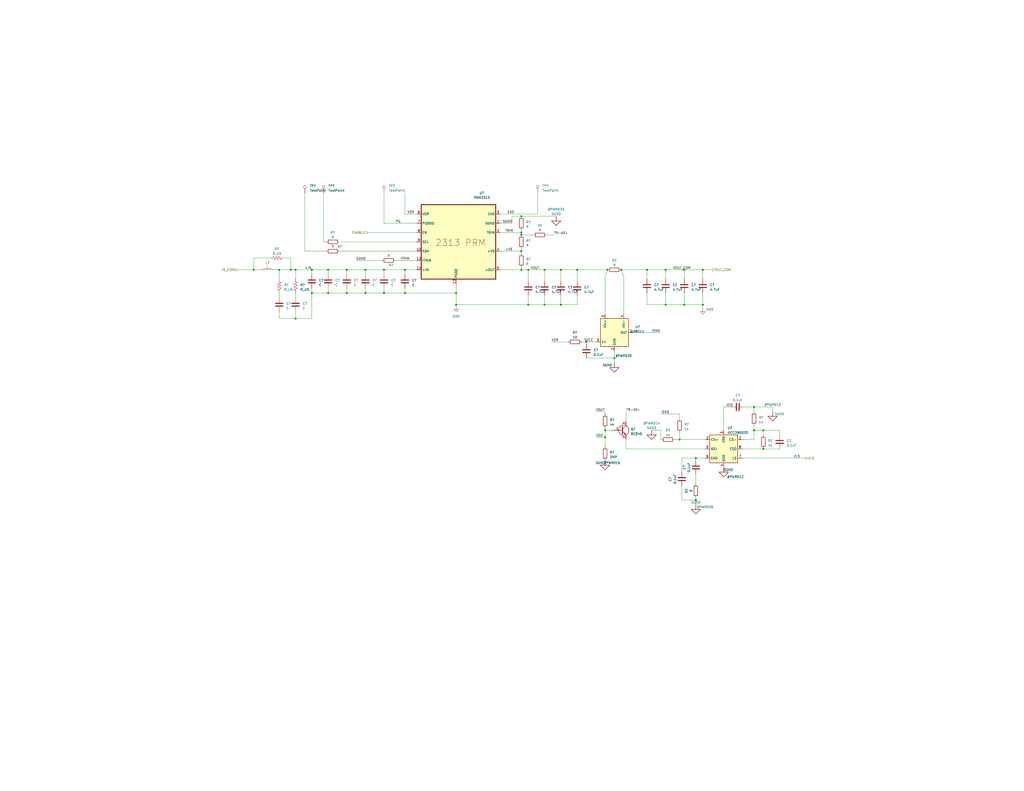
<source format=kicad_sch>
(kicad_sch (version 20231120) (generator "eeschema") (generator_version "8.0")
  (paper "C")
  (lib_symbols
    (symbol "Amplifier_Current:AD8211"
      (property "Reference" "U" (at -7.62 10.795 0))
      (property "Value" "AD8211" (at -7.62 8.89 0))
      (symbol "AD8211_0_1"
        (rectangle (start -7.62 7.62) (end 7.62 -7.62) (stroke (width 0.254)) (fill (type background)))
      )
      (symbol "AD8211_1_1"
        (pin output line (at 10.16 0 180) (length 2.54) (name "OUT") (number "1"))
        (pin power_in line (at 0 -10.16 90) (length 2.54) (name "GND") (number "2"))
        (pin input line (at -5.08 10.16 270) (length 2.54) (name "Vin+") (number "3"))
        (pin input line (at 5.08 10.16 270) (length 2.54) (name "Vin-") (number "4"))
        (pin power_in line (at -10.16 -5.08 0) (length 2.54) (name "V+") (number "5"))
      )
    )
    (symbol "Connector:TestPoint" (pin_numbers hide) (pin_names (offset 0.762) hide)
      (property "Reference" "TP" (at 0 6.858 0))
      (property "Value" "TestPoint" (at 0 5.08 0))
      (symbol "TestPoint_0_1"
        (circle (center 0 3.302) (radius 0.762))
      )
      (symbol "TestPoint_1_1"
        (pin passive line (at 0 0 90) (length 2.54) (name "1") (number "1"))
      )
    )
    (symbol "Device:C" (pin_numbers hide) (pin_names (offset 0.254))
      (property "Reference" "C" (at 0.635 2.54 0))
      (property "Value" "C" (at 0.635 -2.54 0))
      (symbol "C_0_1"
        (polyline (pts (xy -2.032 -0.762) (xy 2.032 -0.762)) (stroke (width 0.508)))
        (polyline (pts (xy -2.032 0.762) (xy 2.032 0.762)) (stroke (width 0.508)))
      )
      (symbol "C_1_1"
        (pin passive line (at 0 3.81 270) (length 2.794) (name "~") (number "1"))
        (pin passive line (at 0 -3.81 90) (length 2.794) (name "~") (number "2"))
      )
    )
    (symbol "Device:L" (pin_numbers hide) (pin_names (offset 1.016) hide)
      (property "Reference" "L" (at -1.27 0 90))
      (property "Value" "L" (at 1.905 0 90))
      (symbol "L_0_1"
        (arc (start 0 -2.54) (mid 0.6323 -1.905) (end 0 -1.27))
        (arc (start 0 -1.27) (mid 0.6323 -0.635) (end 0 0))
        (arc (start 0 0) (mid 0.6323 0.635) (end 0 1.27))
        (arc (start 0 1.27) (mid 0.6323 1.905) (end 0 2.54))
      )
      (symbol "L_1_1"
        (pin passive line (at 0 3.81 270) (length 1.27) (name "1") (number "1"))
        (pin passive line (at 0 -3.81 90) (length 1.27) (name "2") (number "2"))
      )
    )
    (symbol "Device:R" (pin_numbers hide) (pin_names (offset 0))
      (property "Reference" "R" (at 2.032 0 90))
      (property "Value" "R" (at 0 0 90))
      (symbol "R_0_1"
        (rectangle (start -1.016 -2.54) (end 1.016 2.54) (stroke (width 0.254)))
      )
      (symbol "R_1_1"
        (pin passive line (at 0 3.81 270) (length 1.27) (name "~") (number "1"))
        (pin passive line (at 0 -3.81 90) (length 1.27) (name "~") (number "2"))
      )
    )
    (symbol "Device:R_US" (pin_numbers hide) (pin_names (offset 0))
      (property "Reference" "R" (at 2.54 0 90))
      (property "Value" "R_US" (at -2.54 0 90))
      (symbol "R_US_0_1"
        (polyline (pts (xy 0 -2.286) (xy 0 -2.54)))
        (polyline (pts (xy 0 2.286) (xy 0 2.54)))
        (polyline (pts (xy 0 -0.762) (xy 1.016 -1.143) (xy 0 -1.524) (xy -1.016 -1.905) (xy 0 -2.286)))
        (polyline (pts (xy 0 0.762) (xy 1.016 0.381) (xy 0 0) (xy -1.016 -0.381) (xy 0 -0.762)))
        (polyline (pts (xy 0 2.286) (xy 1.016 1.905) (xy 0 1.524) (xy -1.016 1.143) (xy 0 0.762)))
      )
      (symbol "R_US_1_1"
        (pin passive line (at 0 3.81 270) (length 1.27) (name "~") (number "1"))
        (pin passive line (at 0 -3.81 90) (length 1.27) (name "~") (number "2"))
      )
    )
    (symbol "Power_Management:UCC39002D"
      (property "Reference" "U" (at -6.35 8.89 0))
      (property "Value" "UCC39002D" (at 2.54 8.89 0))
      (symbol "UCC39002D_0_1"
        (rectangle (start -7.62 7.62) (end 7.62 -7.62) (stroke (width 0.254)) (fill (type background)))
      )
      (symbol "UCC39002D_1_1"
        (pin input line (at 10.16 5.08 180) (length 2.54) (name "CS-") (number "1"))
        (pin input line (at -10.16 5.08 0) (length 2.54) (name "CS+") (number "2"))
        (pin power_in line (at 0 10.16 270) (length 2.54) (name "VDD") (number "3"))
        (pin power_in line (at 0 -10.16 90) (length 2.54) (name "GND") (number "4"))
        (pin open_collector line (at -10.16 0 0) (length 2.54) (name "ADJ") (number "5"))
        (pin passive line (at -10.16 -5.08 0) (length 2.54) (name "EAO") (number "6"))
        (pin passive line (at 10.16 -5.08 180) (length 2.54) (name "LS") (number "7"))
        (pin output line (at 10.16 0 180) (length 2.54) (name "CSO") (number "8"))
      )
    )
    (symbol "Transistor_BJT:BC846" (pin_names (offset 0) hide)
      (property "Reference" "Q" (at 5.08 1.905 0))
      (property "Value" "BC846" (at 5.08 0 0))
      (symbol "BC846_0_1"
        (polyline (pts (xy 0.635 0.635) (xy 2.54 2.54)))
        (polyline (pts (xy 0.635 -0.635) (xy 2.54 -2.54) (xy 2.54 -2.54)))
        (polyline (pts (xy 0.635 1.905) (xy 0.635 -1.905) (xy 0.635 -1.905)) (stroke (width 0.508)))
        (polyline (pts (xy 1.27 -1.778) (xy 1.778 -1.27) (xy 2.286 -2.286) (xy 1.27 -1.778) (xy 1.27 -1.778)) (fill (type outline)))
        (circle (center 1.27 0) (radius 2.8194) (stroke (width 0.254)))
      )
      (symbol "BC846_1_1"
        (pin input line (at -5.08 0 0) (length 5.715) (name "B") (number "1"))
        (pin passive line (at 2.54 -5.08 90) (length 2.54) (name "E") (number "2"))
        (pin passive line (at 2.54 5.08 270) (length 2.54) (name "C") (number "3"))
      )
    )
    (symbol "power:GND" (power) (pin_names (offset 0))
      (property "Value" "GND" (at 0 -3.81 0))
      (symbol "GND_0_1"
        (polyline (pts (xy 0 0) (xy 0 -1.27) (xy 1.27 -1.27) (xy 0 -2.54) (xy -1.27 -1.27) (xy 0 -1.27)))
      )
      (symbol "GND_1_1"
        (pin power_in line (at 0 0 270) (length 0) hide (name "GND") (number "1"))
      )
    )
    (symbol "vicor:SGND" (power)
      (property "Reference" "#PWR" (at 0 0 0))
      (property "Value" "SGND" (at 0 6.35 0))
      (symbol "SGND_0_0"
        (polyline (pts (xy 0 0) (xy 0 -2.54)) (stroke (width 0.254)))
        (polyline (pts (xy -2.54 -2.54) (xy 2.54 -2.54) (xy 0 -5.08) (xy -2.54 -2.54)) (stroke (width 0.254)))
        (pin power_in line (at 0 0 0) (length 0) hide (name "SGND") (number ""))
      )
    )
    (symbol "vicor:root_0_2313 PRM TC2_3-47574R4"
      (property "Reference" "U" (at 0 0 0))
      (property "Value" "PRM2313" (at 0 0 0))
      (symbol "root_0_2313 PRM TC2_3-47574R4_1_0"
        (rectangle (start 0 0) (end 40.64 -40.64) (stroke (width 0.508)) (fill (type background)))
        (text "" (at 1.27 0 0) (effects (font (size 6.096 6.096) (bold yes)) (justify left bottom)))
        (text "2313 PRM" (at 7.62 -22.86 0) (effects (font (size 3.556 3.556)) (justify left bottom)))
        (pin passive line (at 43.18 -10.16 180) (length 2.54) (name "SGND") (number "1"))
        (pin passive line (at -2.54 -25.4 0) (length 2.54) (name "SDA") (number "10"))
        (pin passive line (at -2.54 -35.56 0) (length 2.54) (name "+IN") (number "11"))
        (pin passive line (at -2.54 -30.48 0) (length 2.54) (name "ITRIM") (number "12"))
        (pin passive line (at 19.05 -43.18 90) (length 2.54) (name "PGND") (number "13"))
        (pin passive line (at 43.18 -15.24 180) (length 2.54) (name "TRIM") (number "2"))
        (pin passive line (at 43.18 -5.08 180) (length 2.54) (name "EAO") (number "3"))
        (pin passive line (at 43.18 -25.4 180) (length 2.54) (name "+VS") (number "4"))
        (pin passive line (at 43.18 -35.56 180) (length 2.54) (name "+OUT") (number "5"))
        (pin passive line (at -2.54 -5.08 0) (length 2.54) (name "VDR") (number "6"))
        (pin passive line (at -2.54 -10.16 0) (length 2.54) (name "PGOOD") (number "7"))
        (pin passive line (at -2.54 -15.24 0) (length 2.54) (name "EN") (number "8"))
        (pin passive line (at -2.54 -20.32 0) (length 2.54) (name "SCL") (number "9"))
      )
    )
  )
  (junction (at 383.54 147.32))
  (junction (at 320.04 186.69))
  (junction (at 248.92 166.37))
  (junction (at 179.07 147.32))
  (junction (at 209.55 160.02))
  (junction (at 284.48 128.27))
  (junction (at 138.43 147.32))
  (junction (at 370.84 240.03))
  (junction (at 158.75 147.32))
  (junction (at 199.39 147.32))
  (junction (at 330.2 238.76))
  (junction (at 411.48 222.25))
  (junction (at 284.48 137.16))
  (junction (at 189.23 147.32))
  (junction (at 363.22 166.37))
  (junction (at 248.92 160.02))
  (junction (at 284.48 147.32))
  (junction (at 220.98 147.32))
  (junction (at 297.18 166.37))
  (junction (at 379.73 273.05))
  (junction (at 383.54 166.37))
  (junction (at 170.18 147.32))
  (junction (at 335.28 195.58))
  (junction (at 284.48 118.11))
  (junction (at 330.2 234.95))
  (junction (at 411.48 234.95))
  (junction (at 379.73 250.19))
  (junction (at 179.07 160.02))
  (junction (at 152.4 147.32))
  (junction (at 306.07 147.32))
  (junction (at 314.96 147.32))
  (junction (at 416.56 234.95))
  (junction (at 306.07 166.37))
  (junction (at 331.47 147.32))
  (junction (at 288.29 147.32))
  (junction (at 416.56 245.11))
  (junction (at 209.55 147.32))
  (junction (at 284.48 127))
  (junction (at 220.98 160.02))
  (junction (at 189.23 160.02))
  (junction (at 170.18 160.02))
  (junction (at 373.38 147.32))
  (junction (at 297.18 147.32))
  (junction (at 161.29 147.32))
  (junction (at 339.09 147.32))
  (junction (at 373.38 166.37))
  (junction (at 353.06 147.32))
  (junction (at 199.39 160.02))
  (junction (at 288.29 166.37))
  (junction (at 161.29 173.99))
  (junction (at 363.22 147.32))
  (wire (pts (xy 345.44 181.61) (xy 360.68 181.61)))
  (wire (pts (xy 383.54 166.37) (xy 383.54 160.02)))
  (wire (pts (xy 284.48 135.89) (xy 284.48 137.16)))
  (wire (pts (xy 220.98 116.84) (xy 220.98 105.41)))
  (wire (pts (xy 284.48 146.05) (xy 284.48 147.32)))
  (wire (pts (xy 170.18 160.02) (xy 179.07 160.02)))
  (wire (pts (xy 227.33 127) (xy 200.66 127)))
  (wire (pts (xy 290.83 128.27) (xy 284.48 128.27)))
  (wire (pts (xy 129.54 147.32) (xy 138.43 147.32)))
  (wire (pts (xy 325.12 238.76) (xy 330.2 238.76)))
  (wire (pts (xy 297.18 153.67) (xy 297.18 147.32)))
  (wire (pts (xy 330.2 238.76) (xy 330.2 234.95)))
  (wire (pts (xy 194.31 142.24) (xy 208.28 142.24)))
  (wire (pts (xy 340.36 151.13) (xy 340.36 171.45)))
  (wire (pts (xy 161.29 170.18) (xy 161.29 173.99)))
  (wire (pts (xy 314.96 147.32) (xy 314.96 153.67)))
  (wire (pts (xy 384.81 240.03) (xy 370.84 240.03)))
  (wire (pts (xy 189.23 157.48) (xy 189.23 160.02)))
  (wire (pts (xy 398.78 222.25) (xy 394.97 222.25)))
  (wire (pts (xy 288.29 153.67) (xy 288.29 147.32)))
  (wire (pts (xy 302.26 128.27) (xy 298.45 128.27)))
  (wire (pts (xy 152.4 173.99) (xy 161.29 173.99)))
  (wire (pts (xy 373.38 147.32) (xy 383.54 147.32)))
  (wire (pts (xy 405.13 245.11) (xy 416.56 245.11)))
  (wire (pts (xy 325.12 224.79) (xy 330.2 224.79)))
  (wire (pts (xy 370.84 228.6) (xy 370.84 226.06)))
  (wire (pts (xy 411.48 232.41) (xy 411.48 234.95)))
  (wire (pts (xy 227.33 137.16) (xy 185.42 137.16)))
  (wire (pts (xy 394.97 222.25) (xy 394.97 234.95)))
  (wire (pts (xy 405.13 250.19) (xy 439.42 250.19)))
  (wire (pts (xy 306.07 166.37) (xy 297.18 166.37)))
  (wire (pts (xy 314.96 161.29) (xy 314.96 166.37)))
  (wire (pts (xy 220.98 149.86) (xy 220.98 147.32)))
  (wire (pts (xy 189.23 149.86) (xy 189.23 147.32)))
  (wire (pts (xy 297.18 166.37) (xy 288.29 166.37)))
  (wire (pts (xy 363.22 152.4) (xy 363.22 147.32)))
  (wire (pts (xy 288.29 161.29) (xy 288.29 166.37)))
  (wire (pts (xy 306.07 147.32) (xy 314.96 147.32)))
  (wire (pts (xy 373.38 166.37) (xy 383.54 166.37)))
  (wire (pts (xy 273.05 127) (xy 284.48 127)))
  (wire (pts (xy 325.12 186.69) (xy 320.04 186.69)))
  (wire (pts (xy 284.48 137.16) (xy 284.48 138.43)))
  (wire (pts (xy 273.05 137.16) (xy 284.48 137.16)))
  (wire (pts (xy 416.56 245.11) (xy 425.45 245.11)))
  (wire (pts (xy 405.13 240.03) (xy 411.48 240.03)))
  (wire (pts (xy 273.05 147.32) (xy 284.48 147.32)))
  (wire (pts (xy 411.48 234.95) (xy 416.56 234.95)))
  (wire (pts (xy 209.55 157.48) (xy 209.55 160.02)))
  (wire (pts (xy 179.07 149.86) (xy 179.07 147.32)))
  (wire (pts (xy 406.4 222.25) (xy 411.48 222.25)))
  (wire (pts (xy 209.55 147.32) (xy 220.98 147.32)))
  (wire (pts (xy 320.04 195.58) (xy 335.28 195.58)))
  (wire (pts (xy 384.81 245.11) (xy 341.63 245.11)))
  (wire (pts (xy 314.96 166.37) (xy 306.07 166.37)))
  (wire (pts (xy 360.68 226.06) (xy 370.84 226.06)))
  (wire (pts (xy 138.43 140.97) (xy 138.43 147.32)))
  (wire (pts (xy 373.38 160.02) (xy 373.38 166.37)))
  (wire (pts (xy 320.04 186.69) (xy 320.04 187.96)))
  (wire (pts (xy 149.86 147.32) (xy 152.4 147.32)))
  (wire (pts (xy 383.54 147.32) (xy 383.54 152.4)))
  (wire (pts (xy 360.68 234.95) (xy 360.68 240.03)))
  (wire (pts (xy 330.2 171.45) (xy 330.2 151.13)))
  (wire (pts (xy 330.2 234.95) (xy 330.2 233.68)))
  (wire (pts (xy 273.05 121.92) (xy 279.4 121.92)))
  (wire (pts (xy 340.36 151.13) (xy 339.09 147.32)))
  (wire (pts (xy 199.39 147.32) (xy 209.55 147.32)))
  (wire (pts (xy 363.22 160.02) (xy 363.22 166.37)))
  (wire (pts (xy 161.29 160.02) (xy 161.29 162.56)))
  (wire (pts (xy 339.09 147.32) (xy 353.06 147.32)))
  (wire (pts (xy 227.33 121.92) (xy 209.55 121.92)))
  (wire (pts (xy 170.18 149.86) (xy 170.18 147.32)))
  (wire (pts (xy 372.11 273.05) (xy 379.73 273.05)))
  (wire (pts (xy 297.18 147.32) (xy 306.07 147.32)))
  (wire (pts (xy 220.98 147.32) (xy 227.33 147.32)))
  (wire (pts (xy 179.07 157.48) (xy 179.07 160.02)))
  (wire (pts (xy 227.33 116.84) (xy 220.98 116.84)))
  (wire (pts (xy 411.48 224.79) (xy 411.48 222.25)))
  (wire (pts (xy 284.48 127) (xy 284.48 125.73)))
  (wire (pts (xy 215.9 142.24) (xy 227.33 142.24)))
  (wire (pts (xy 199.39 160.02) (xy 209.55 160.02)))
  (wire (pts (xy 185.42 132.08) (xy 227.33 132.08)))
  (wire (pts (xy 288.29 166.37) (xy 248.92 166.37)))
  (wire (pts (xy 170.18 157.48) (xy 170.18 160.02)))
  (wire (pts (xy 158.75 140.97) (xy 158.75 147.32)))
  (wire (pts (xy 306.07 161.29) (xy 306.07 166.37)))
  (wire (pts (xy 152.4 170.18) (xy 152.4 173.99)))
  (wire (pts (xy 317.5 186.69) (xy 320.04 186.69)))
  (wire (pts (xy 335.28 191.77) (xy 335.28 195.58)))
  (wire (pts (xy 189.23 160.02) (xy 199.39 160.02)))
  (wire (pts (xy 300.99 186.69) (xy 309.88 186.69)))
  (wire (pts (xy 353.06 152.4) (xy 353.06 147.32)))
  (wire (pts (xy 209.55 160.02) (xy 220.98 160.02)))
  (wire (pts (xy 177.8 137.16) (xy 166.37 137.16)))
  (wire (pts (xy 179.07 147.32) (xy 189.23 147.32)))
  (wire (pts (xy 335.28 195.58) (xy 335.28 198.12)))
  (wire (pts (xy 179.07 160.02) (xy 189.23 160.02)))
  (wire (pts (xy 199.39 149.86) (xy 199.39 147.32)))
  (wire (pts (xy 314.96 147.32) (xy 331.47 147.32)))
  (wire (pts (xy 306.07 153.67) (xy 306.07 147.32)))
  (wire (pts (xy 372.11 257.81) (xy 372.11 250.19)))
  (wire (pts (xy 220.98 160.02) (xy 248.92 160.02)))
  (wire (pts (xy 416.56 237.49) (xy 416.56 234.95)))
  (wire (pts (xy 384.81 250.19) (xy 379.73 250.19)))
  (wire (pts (xy 297.18 161.29) (xy 297.18 166.37)))
  (wire (pts (xy 330.2 243.84) (xy 330.2 238.76)))
  (wire (pts (xy 248.92 167.64) (xy 248.92 166.37)))
  (wire (pts (xy 220.98 157.48) (xy 220.98 160.02)))
  (wire (pts (xy 353.06 147.32) (xy 363.22 147.32)))
  (wire (pts (xy 353.06 166.37) (xy 363.22 166.37)))
  (wire (pts (xy 334.01 234.95) (xy 330.2 234.95)))
  (wire (pts (xy 363.22 166.37) (xy 373.38 166.37)))
  (wire (pts (xy 189.23 147.32) (xy 199.39 147.32)))
  (wire (pts (xy 284.48 147.32) (xy 288.29 147.32)))
  (wire (pts (xy 330.2 151.13) (xy 331.47 147.32)))
  (wire (pts (xy 209.55 121.92) (xy 209.55 105.41)))
  (wire (pts (xy 158.75 147.32) (xy 161.29 147.32)))
  (wire (pts (xy 383.54 168.91) (xy 383.54 166.37)))
  (wire (pts (xy 166.37 137.16) (xy 166.37 105.41)))
  (wire (pts (xy 284.48 118.11) (xy 279.4 118.11)))
  (wire (pts (xy 199.39 157.48) (xy 199.39 160.02)))
  (wire (pts (xy 288.29 147.32) (xy 297.18 147.32)))
  (wire (pts (xy 161.29 147.32) (xy 170.18 147.32)))
  (wire (pts (xy 373.38 152.4) (xy 373.38 147.32)))
  (wire (pts (xy 273.05 116.84) (xy 293.37 116.84)))
  (wire (pts (xy 177.8 132.08) (xy 176.53 132.08)))
  (wire (pts (xy 421.64 222.25) (xy 421.64 224.79)))
  (wire (pts (xy 411.48 234.95) (xy 411.48 240.03)))
  (wire (pts (xy 379.73 271.78) (xy 379.73 273.05)))
  (wire (pts (xy 279.4 118.11) (xy 279.4 121.92)))
  (wire (pts (xy 147.32 140.97) (xy 138.43 140.97)))
  (wire (pts (xy 368.3 240.03) (xy 370.84 240.03)))
  (wire (pts (xy 170.18 147.32) (xy 179.07 147.32)))
  (wire (pts (xy 248.92 166.37) (xy 248.92 160.02)))
  (wire (pts (xy 152.4 160.02) (xy 152.4 162.56)))
  (wire (pts (xy 330.2 224.79) (xy 330.2 226.06)))
  (wire (pts (xy 355.6 234.95) (xy 360.68 234.95)))
  (wire (pts (xy 425.45 234.95) (xy 425.45 237.49)))
  (wire (pts (xy 152.4 152.4) (xy 152.4 147.32)))
  (wire (pts (xy 161.29 173.99) (xy 170.18 173.99)))
  (wire (pts (xy 372.11 250.19) (xy 379.73 250.19)))
  (wire (pts (xy 284.48 128.27) (xy 284.48 127)))
  (wire (pts (xy 138.43 147.32) (xy 142.24 147.32)))
  (wire (pts (xy 388.62 147.32) (xy 383.54 147.32)))
  (wire (pts (xy 341.63 245.11) (xy 341.63 240.03)))
  (wire (pts (xy 293.37 105.41) (xy 293.37 116.84)))
  (wire (pts (xy 370.84 236.22) (xy 370.84 240.03)))
  (wire (pts (xy 152.4 147.32) (xy 158.75 147.32)))
  (wire (pts (xy 416.56 234.95) (xy 425.45 234.95)))
  (wire (pts (xy 176.53 132.08) (xy 176.53 105.41)))
  (wire (pts (xy 372.11 265.43) (xy 372.11 273.05)))
  (wire (pts (xy 411.48 222.25) (xy 421.64 222.25)))
  (wire (pts (xy 379.73 275.59) (xy 379.73 273.05)))
  (wire (pts (xy 341.63 224.79) (xy 341.63 229.87)))
  (wire (pts (xy 154.94 140.97) (xy 158.75 140.97)))
  (wire (pts (xy 379.73 259.08) (xy 379.73 264.16)))
  (wire (pts (xy 303.53 118.11) (xy 284.48 118.11)))
  (wire (pts (xy 248.92 160.02) (xy 248.92 154.94)))
  (wire (pts (xy 161.29 152.4) (xy 161.29 147.32)))
  (wire (pts (xy 353.06 160.02) (xy 353.06 166.37)))
  (wire (pts (xy 379.73 251.46) (xy 379.73 250.19)))
  (wire (pts (xy 209.55 149.86) (xy 209.55 147.32)))
  (wire (pts (xy 363.22 147.32) (xy 373.38 147.32)))
  (wire (pts (xy 170.18 173.99) (xy 170.18 160.02)))
  (label "PG" (at 215.9 121.92 0))
  (label "ITRIM" (at 218.44 142.24 0))
  (label "+IN" (at 166.37 147.32 0))
  (label "ISNS" (at 355.6 181.61 0))
  (label "VDR" (at 222.25 116.84 0))
  (label "VOUT_COM" (at 367.03 147.32 0))
  (label "TR-ADJ" (at 341.63 224.79 0))
  (label "VDD" (at 396.24 222.25 0))
  (label "VDR" (at 300.99 186.69 0))
  (label "5VCC" (at 318.77 186.69 0))
  (label "TR-ADJ" (at 302.26 128.27 0))
  (label "SGND" (at 194.31 142.24 0))
  (label "+VS" (at 275.59 137.16 0))
  (label "SGND" (at 274.32 121.92 0))
  (label "EAO" (at 276.86 116.84 0))
  (label "VDD" (at 325.12 238.76 0))
  (label "VOUT" (at 289.56 147.32 0))
  (label "ISNS" (at 360.68 226.06 0))
  (label "VLS" (at 433.07 250.19 0))
  (label "TRIM" (at 275.59 127 0))
  (label "VOUT" (at 325.12 224.79 0))
  (hierarchical_label "IN_COM" (shape input) (at 129.54 147.32 180))
  (hierarchical_label "ENABLE" (shape input) (at 200.66 127 180))
  (hierarchical_label "OUT_COM" (shape output) (at 388.62 147.32 0))
  (hierarchical_label "VLS" (shape bidirectional) (at 439.42 250.19 0))
  (symbol (lib_id "Device:C") (at 297.18 157.48 0) (unit 1)
    (property "Reference" "C?" (at 300.99 156.845 0) (effects (justify left)))
    (property "Value" "4.7uF" (at 300.99 159.385 0) (effects (justify left)))
    (property "Footprint" "Capacitor_SMD:C_1206_3216Metric_Pad1.33x1.80mm_HandSolder" (effects (hide yes)))
  )
  (symbol (lib_id "Device:C") (at 199.39 153.67 0) (unit 1)
    (property "Reference" "C?" (at 203.2 153.035 0) (effects (justify left)))
    (property "Value" "C" (at 203.2 155.575 0) (effects (justify left)))
    (property "Footprint" "Capacitor_SMD:C_1206_3216Metric_Pad1.33x1.80mm_HandSolder" (effects (hide yes)))
  )
  (symbol (lib_id "Device:R") (at 364.49 240.03 270) (unit 1)
    (property "Reference" "R?" (at 364.49 234.95 90))
    (property "Value" "4k" (at 364.49 237.49 90))
    (property "Footprint" "Resistor_SMD:R_0402_1005Metric_Pad0.72x0.64mm_HandSolder" (effects (hide yes)))
  )
  (symbol (lib_id "Device:R") (at 330.2 247.65 180) (unit 1)
    (property "Reference" "R?" (at 332.74 247.015 0) (effects (justify right)))
    (property "Value" "DNP" (at 332.74 249.555 0) (effects (justify right)))
    (property "Footprint" "Resistor_SMD:R_0603_1608Metric_Pad0.98x0.95mm_HandSolder" (effects (hide yes)))
  )
  (symbol (lib_id "Device:R") (at 313.69 186.69 90) (unit 1)
    (property "Reference" "R?" (at 313.69 181.61 90))
    (property "Value" "10" (at 313.69 184.15 90))
    (property "Footprint" "Resistor_SMD:R_0402_1005Metric_Pad0.72x0.64mm_HandSolder" (effects (hide yes)))
  )
  (symbol (lib_id "vicor:SGND") (at 303.53 118.11 0) (unit 1)
    (property "Reference" "#PWR031" (at 303.53 114.3 0))
    (property "Value" "SGND" (at 303.53 116.84 0))
    (instances (project "vicor_scratch" (path "" (reference "#PWR033") (unit 1)) (path "" (reference "#PWR031") (unit 1)) (path "" (reference "#PWR032") (unit 1))))
  )
  (symbol (lib_id "Connector:TestPoint") (at 176.53 105.41 0) (unit 1)
    (property "Reference" "TP?" (at 179.07 101.473 0) (effects (justify left)))
    (property "Value" "TestPoint" (at 179.07 104.013 0) (effects (justify left)))
    (property "Footprint" "TestPoint:TestPoint_Pad_1.5x1.5mm" (effects (hide yes)))
  )
  (symbol (lib_id "Device:R") (at 330.2 229.87 180) (unit 1)
    (property "Reference" "R?" (at 332.74 229.235 0) (effects (justify right)))
    (property "Value" "4k" (at 332.74 231.775 0) (effects (justify right)))
    (property "Footprint" "Resistor_SMD:R_0805_2012Metric_Pad1.20x1.40mm_HandSolder" (effects (hide yes)))
  )
  (symbol (lib_id "Device:R") (at 370.84 232.41 180) (unit 1)
    (property "Reference" "R?" (at 373.38 231.775 0) (effects (justify right)))
    (property "Value" "1k" (at 373.38 234.315 0) (effects (justify right)))
    (property "Footprint" "Resistor_SMD:R_0402_1005Metric_Pad0.72x0.64mm_HandSolder" (effects (hide yes)))
  )
  (symbol (lib_id "Device:C") (at 425.45 241.3 0) (unit 1)
    (property "Reference" "C?" (at 429.26 240.665 0) (effects (justify left)))
    (property "Value" "0.1uF" (at 429.26 243.205 0) (effects (justify left)))
    (property "Footprint" "Capacitor_SMD:C_0402_1005Metric_Pad0.74x0.62mm_HandSolder" (effects (hide yes)))
  )
  (symbol (lib_id "vicor:root_0_2313 PRM TC2_3-47574R4") (at 229.87 111.76 0) (unit 1)
    (property "Reference" "U?" (at 262.89 105.41 0))
    (property "Value" "PRM2313" (at 262.89 107.95 0))
    (property "Footprint" "vicor:2313 PRM TC2_3-47574R4" (effects (hide yes)))
  )
  (symbol (lib_id "Connector:TestPoint") (at 166.37 105.41 0) (unit 1)
    (property "Reference" "TP?" (at 168.91 101.473 0) (effects (justify left)))
    (property "Value" "TestPoint" (at 168.91 104.013 0) (effects (justify left)))
    (property "Footprint" "TestPoint:TestPoint_Pad_1.5x1.5mm" (effects (hide yes)))
  )
  (symbol (lib_id "Device:R") (at 411.48 228.6 180) (unit 1)
    (property "Reference" "R?" (at 414.02 227.965 0) (effects (justify right)))
    (property "Value" "1k" (at 414.02 230.505 0) (effects (justify right)))
    (property "Footprint" "Resistor_SMD:R_0402_1005Metric_Pad0.72x0.64mm_HandSolder" (effects (hide yes)))
  )
  (symbol (lib_id "Device:R") (at 284.48 132.08 0) (unit 1)
    (property "Reference" "R?" (at 287.02 131.445 0) (effects (justify left)))
    (property "Value" "R" (at 287.02 133.985 0) (effects (justify left)))
    (property "Footprint" "Resistor_SMD:R_0603_1608Metric_Pad0.98x0.95mm_HandSolder" (effects (hide yes)))
  )
  (symbol (lib_id "power:GND") (at 248.92 167.64 0) (unit 1)
    (property "Reference" "#PWR?" (effects (hide yes)))
    (property "Value" "GND" (at 248.92 172.72 0))
  )
  (symbol (lib_id "Device:C") (at 306.07 157.48 0) (unit 1)
    (property "Reference" "C?" (at 309.88 156.845 0) (effects (justify left)))
    (property "Value" "4.7uF" (at 309.88 159.385 0) (effects (justify left)))
    (property "Footprint" "Capacitor_SMD:C_1206_3216Metric_Pad1.33x1.80mm_HandSolder" (effects (hide yes)))
  )
  (symbol (lib_id "Device:C") (at 209.55 153.67 0) (unit 1)
    (property "Reference" "C?" (at 213.36 153.035 0) (effects (justify left)))
    (property "Value" "C" (at 213.36 155.575 0) (effects (justify left)))
    (property "Footprint" "Capacitor_SMD:C_1206_3216Metric_Pad1.33x1.80mm_HandSolder" (effects (hide yes)))
  )
  (symbol (lib_id "Device:C") (at 379.73 255.27 180) (unit 1)
    (property "Reference" "C?" (at 373.38 255.27 90))
    (property "Value" "0.1uF" (at 375.92 255.27 90))
    (property "Footprint" "Capacitor_SMD:C_0603_1608Metric_Pad1.08x0.95mm_HandSolder" (effects (hide yes)))
  )
  (symbol (lib_id "vicor:SGND") (at 335.28 198.12 0) (unit 1)
    (property "Reference" "#PWR028" (at 340.36 194.31 0))
    (property "Value" "SGND" (at 331.47 199.39 0))
    (instances (project "vicor_scratch" (path "" (reference "#PWR030") (unit 1)) (path "" (reference "#PWR028") (unit 1)) (path "" (reference "#PWR029") (unit 1))))
  )
  (symbol (lib_id "Power_Management:UCC39002D") (at 394.97 245.11 0) (unit 1)
    (property "Reference" "U?" (at 396.9259 233.68 0) (effects (justify left)))
    (property "Value" "UCC39002D" (at 396.9259 236.22 0) (effects (justify left)))
    (property "Footprint" "Package_SO:VSSOP-8_3.0x3.0mm_P0.65mm" (effects (hide yes)))
    (property "Datasheet" "http://www.ti.com/lit/ds/slus495i/slus495i.pdf" (effects (hide yes)))
  )
  (symbol (lib_id "Device:L") (at 146.05 147.32 90) (unit 1)
    (property "Reference" "L?" (at 146.05 143.51 90))
    (property "Value" "L" (at 146.05 146.05 90))
    (property "Footprint" "Inductor_SMD:IND_IHLP_2525_CZ_VIS-M" (effects (hide yes)))
  )
  (symbol (lib_id "Device:C") (at 320.04 191.77 0) (unit 1)
    (property "Reference" "C?" (at 323.85 191.135 0) (effects (justify left)))
    (property "Value" "0.1uF" (at 323.85 193.675 0) (effects (justify left)))
    (property "Footprint" "Capacitor_SMD:C_0402_1005Metric_Pad0.74x0.62mm_HandSolder" (effects (hide yes)))
  )
  (symbol (lib_id "Device:C") (at 383.54 156.21 0) (unit 1)
    (property "Reference" "C?" (at 387.35 155.575 0) (effects (justify left)))
    (property "Value" "4.7uF" (at 387.35 158.115 0) (effects (justify left)))
    (property "Footprint" "Capacitor_SMD:C_1206_3216Metric_Pad1.33x1.80mm_HandSolder" (effects (hide yes)))
  )
  (symbol (lib_id "Device:R") (at 379.73 267.97 0) (unit 1)
    (property "Reference" "R?" (at 374.65 267.97 90))
    (property "Value" "R" (at 377.19 267.97 90))
    (property "Footprint" "Resistor_SMD:R_0603_1608Metric_Pad0.98x0.95mm_HandSolder" (effects (hide yes)))
  )
  (symbol (lib_id "Device:C") (at 363.22 156.21 0) (unit 1)
    (property "Reference" "C?" (at 367.03 155.575 0) (effects (justify left)))
    (property "Value" "4.7uF" (at 367.03 158.115 0) (effects (justify left)))
    (property "Footprint" "Capacitor_SMD:C_1206_3216Metric_Pad1.33x1.80mm_HandSolder" (effects (hide yes)))
  )
  (symbol (lib_id "Connector:TestPoint") (at 293.37 105.41 0) (unit 1)
    (property "Reference" "TP?" (at 295.91 101.473 0) (effects (justify left)))
    (property "Value" "TestPoint" (at 295.91 104.013 0) (effects (justify left)))
    (property "Footprint" "TestPoint:TestPoint_Pad_1.5x1.5mm" (effects (hide yes)))
  )
  (symbol (lib_id "Device:C") (at 170.18 153.67 0) (unit 1)
    (property "Reference" "C?" (at 173.99 153.035 0) (effects (justify left)))
    (property "Value" "C" (at 173.99 155.575 0) (effects (justify left)))
    (property "Footprint" "Capacitor_SMD:C_1206_3216Metric_Pad1.33x1.80mm_HandSolder" (effects (hide yes)))
  )
  (symbol (lib_id "Device:R") (at 181.61 132.08 270) (unit 1)
    (property "Reference" "R?" (at 181.61 127 90))
    (property "Value" "R" (at 181.61 129.54 90))
    (property "Footprint" "Resistor_SMD:R_0402_1005Metric_Pad0.72x0.64mm_HandSolder" (effects (hide yes)))
  )
  (symbol (lib_id "Device:C") (at 220.98 153.67 0) (unit 1)
    (property "Reference" "C?" (at 224.79 153.035 0) (effects (justify left)))
    (property "Value" "C" (at 224.79 155.575 0) (effects (justify left)))
    (property "Footprint" "Capacitor_SMD:C_1206_3216Metric_Pad1.33x1.80mm_HandSolder" (effects (hide yes)))
  )
  (symbol (lib_id "Device:R") (at 416.56 241.3 180) (unit 1)
    (property "Reference" "R?" (at 419.1 240.665 0) (effects (justify right)))
    (property "Value" "4k" (at 419.1 243.205 0) (effects (justify right)))
    (property "Footprint" "Resistor_SMD:R_0402_1005Metric_Pad0.72x0.64mm_HandSolder" (effects (hide yes)))
  )
  (symbol (lib_id "vicor:SGND") (at 421.64 224.79 0) (unit 1)
    (property "Reference" "#PWR06" (at 421.64 220.98 0))
    (property "Value" "SGND" (at 425.45 226.06 0))
    (instances (project "vicor_scratch" (path "" (reference "#PWR010") (unit 1)) (path "" (reference "#PWR06") (unit 1)) (path "" (reference "#PWR09") (unit 1))))
  )
  (symbol (lib_id "Device:C") (at 152.4 166.37 0) (unit 1)
    (property "Reference" "C?" (at 156.21 165.735 0) (effects (justify left)))
    (property "Value" "C" (at 156.21 168.275 0) (effects (justify left)))
    (property "Footprint" "Capacitor_SMD:C_1210_3225Metric_Pad1.33x2.70mm_HandSolder" (effects (hide yes)))
  )
  (symbol (lib_id "Device:C") (at 288.29 157.48 0) (unit 1)
    (property "Reference" "C?" (at 292.1 156.845 0) (effects (justify left)))
    (property "Value" "4.7uF" (at 292.1 159.385 0) (effects (justify left)))
    (property "Footprint" "Capacitor_SMD:C_1206_3216Metric_Pad1.33x1.80mm_HandSolder" (effects (hide yes)))
  )
  (symbol (lib_id "Device:R") (at 212.09 142.24 90) (unit 1)
    (property "Reference" "R?" (at 213.36 144.78 90))
    (property "Value" "R" (at 212.09 139.7 90))
    (property "Footprint" "Resistor_SMD:R_0603_1608Metric_Pad0.98x0.95mm_HandSolder" (effects (hide yes)))
  )
  (symbol (lib_id "Device:C") (at 353.06 156.21 0) (unit 1)
    (property "Reference" "C?" (at 356.87 155.575 0) (effects (justify left)))
    (property "Value" "4.7uF" (at 356.87 158.115 0) (effects (justify left)))
    (property "Footprint" "Capacitor_SMD:C_1206_3216Metric_Pad1.33x1.80mm_HandSolder" (effects (hide yes)))
  )
  (symbol (lib_id "Device:C") (at 189.23 153.67 0) (unit 1)
    (property "Reference" "C?" (at 193.04 153.035 0) (effects (justify left)))
    (property "Value" "C" (at 193.04 155.575 0) (effects (justify left)))
    (property "Footprint" "Capacitor_SMD:C_1206_3216Metric_Pad1.33x1.80mm_HandSolder" (effects (hide yes)))
  )
  (symbol (lib_id "Transistor_BJT:BC846") (at 339.09 234.95 0) (unit 1)
    (property "Reference" "Q?" (at 344.17 234.315 0) (effects (justify left)))
    (property "Value" "BC846" (at 344.17 236.855 0) (effects (justify left)))
    (property "Footprint" "Package_TO_SOT_SMD:SOT-23" (effects (hide yes)))
    (property "Datasheet" "https://assets.nexperia.com/documents/data-sheet/BC846_SER.pdf" (effects (hide yes)))
  )
  (symbol (lib_id "Device:R_US") (at 152.4 156.21 0) (unit 1)
    (property "Reference" "R?" (at 154.94 155.575 0) (effects (justify left)))
    (property "Value" "R_US" (at 154.94 158.115 0) (effects (justify left)))
    (property "Footprint" "Resistor_SMD:R_0805_2012Metric_Pad1.20x1.40mm_HandSolder" (effects (hide yes)))
  )
  (symbol (lib_id "Device:R") (at 181.61 137.16 90) (unit 1)
    (property "Reference" "R?" (at 185.42 134.62 90))
    (property "Value" "R" (at 181.61 134.62 90))
    (property "Footprint" "Resistor_SMD:R_0402_1005Metric_Pad0.72x0.64mm_HandSolder" (effects (hide yes)))
  )
  (symbol (lib_id "Device:C") (at 402.59 222.25 90) (unit 1)
    (property "Reference" "C?" (at 402.59 215.9 90))
    (property "Value" "0.1uF" (at 402.59 218.44 90))
    (property "Footprint" "Capacitor_SMD:C_0402_1005Metric_Pad0.74x0.62mm_HandSolder" (effects (hide yes)))
  )
  (symbol (lib_id "Device:R_US") (at 151.13 140.97 90) (unit 1)
    (property "Reference" "R?" (at 151.13 135.89 90))
    (property "Value" "R_US" (at 151.13 138.43 90))
    (property "Footprint" "Resistor_SMD:R_1812_4532Metric_Pad1.30x3.40mm_HandSolder" (effects (hide yes)))
  )
  (symbol (lib_id "Device:R") (at 335.28 147.32 90) (unit 1)
    (property "Reference" "R?" (at 335.28 142.24 90))
    (property "Value" "R" (at 335.28 144.78 90))
    (property "Footprint" "Resistor_SMD:R_2512_6332Metric_Pad1.40x3.35mm_HandSolder" (effects (hide yes)))
  )
  (symbol (lib_id "Device:C") (at 161.29 166.37 0) (unit 1)
    (property "Reference" "C?" (at 165.1 165.735 0) (effects (justify left)))
    (property "Value" "C" (at 165.1 168.275 0) (effects (justify left)))
    (property "Footprint" "Capacitor_SMD:C_1210_3225Metric_Pad1.33x2.70mm_HandSolder" (effects (hide yes)))
  )
  (symbol (lib_id "Device:C") (at 179.07 153.67 0) (unit 1)
    (property "Reference" "C?" (at 182.88 153.035 0) (effects (justify left)))
    (property "Value" "C" (at 182.88 155.575 0) (effects (justify left)))
    (property "Footprint" "Capacitor_SMD:C_1206_3216Metric_Pad1.33x1.80mm_HandSolder" (effects (hide yes)))
  )
  (symbol (lib_id "vicor:SGND") (at 379.73 275.59 0) (unit 1)
    (property "Reference" "#PWR017" (at 384.81 276.86 0))
    (property "Value" "SGND" (at 379.73 274.32 0))
    (instances (project "vicor_scratch" (path "" (reference "#PWR026") (unit 1)) (path "" (reference "#PWR017") (unit 1)) (path "" (reference "#PWR021") (unit 1))))
  )
  (symbol (lib_id "vicor:SGND") (at 394.97 255.27 0) (unit 1)
    (property "Reference" "#PWR03" (at 401.32 260.35 0))
    (property "Value" "SGND" (at 397.51 256.54 0))
    (instances (project "vicor_scratch" (path "" (reference "#PWR012") (unit 1)) (path "" (reference "#PWR03") (unit 1)) (path "" (reference "#PWR04") (unit 1))))
  )
  (symbol (lib_id "power:GND") (at 383.54 168.91 0) (unit 1)
    (property "Reference" "#PWR?" (effects (hide yes)))
    (property "Value" "GND" (at 387.35 168.91 0))
  )
  (symbol (lib_id "Device:R_US") (at 161.29 156.21 0) (unit 1)
    (property "Reference" "R?" (at 163.83 155.575 0) (effects (justify left)))
    (property "Value" "R_US" (at 163.83 158.115 0) (effects (justify left)))
    (property "Footprint" "Resistor_SMD:R_0805_2012Metric_Pad1.20x1.40mm_HandSolder" (effects (hide yes)))
  )
  (symbol (lib_id "Device:R") (at 284.48 142.24 0) (unit 1)
    (property "Reference" "R?" (at 287.02 141.605 0) (effects (justify left)))
    (property "Value" "R" (at 287.02 144.145 0) (effects (justify left)))
    (property "Footprint" "Resistor_SMD:R_0603_1608Metric_Pad0.98x0.95mm_HandSolder" (effects (hide yes)))
  )
  (symbol (lib_id "Device:C") (at 314.96 157.48 0) (unit 1)
    (property "Reference" "C?" (at 318.77 156.845 0) (effects (justify left)))
    (property "Value" "4.7uF" (at 318.77 159.385 0) (effects (justify left)))
    (property "Footprint" "Capacitor_SMD:C_1206_3216Metric_Pad1.33x1.80mm_HandSolder" (effects (hide yes)))
  )
  (symbol (lib_id "Device:C") (at 372.11 261.62 180) (unit 1)
    (property "Reference" "C?" (at 365.76 261.62 90))
    (property "Value" "0.1uF" (at 368.3 261.62 90))
    (property "Footprint" "Capacitor_SMD:C_0603_1608Metric_Pad1.08x0.95mm_HandSolder" (effects (hide yes)))
  )
  (symbol (lib_id "vicor:SGND") (at 330.2 251.46 0) (unit 1)
    (property "Reference" "#PWR02" (at 334.01 252.73 0))
    (property "Value" "SGND" (at 327.66 252.73 0))
    (instances (project "vicor_scratch" (path "" (reference "#PWR016") (unit 1)) (path "" (reference "#PWR02") (unit 1)) (path "" (reference "#PWR011") (unit 1))))
  )
  (symbol (lib_id "Device:R") (at 294.64 128.27 90) (unit 1)
    (property "Reference" "R?" (at 294.64 123.19 90))
    (property "Value" "R" (at 294.64 125.73 90))
    (property "Footprint" "Resistor_SMD:R_0603_1608Metric_Pad0.98x0.95mm_HandSolder" (effects (hide yes)))
  )
  (symbol (lib_id "Device:C") (at 373.38 156.21 0) (unit 1)
    (property "Reference" "C?" (at 377.19 155.575 0) (effects (justify left)))
    (property "Value" "4.7uF" (at 377.19 158.115 0) (effects (justify left)))
    (property "Footprint" "Capacitor_SMD:C_1206_3216Metric_Pad1.33x1.80mm_HandSolder" (effects (hide yes)))
  )
  (symbol (lib_id "Amplifier_Current:AD8211") (at 335.28 181.61 0) (unit 1)
    (property "Reference" "U?" (at 347.98 178.4859 0))
    (property "Value" "AD8211" (at 347.98 181.0259 0))
    (property "Footprint" "Package_TO_SOT_SMD:SOT-23-5" (effects (hide yes)))
    (property "Datasheet" "https://www.analog.com/media/en/technical-documentation/data-sheets/AD8211.pdf" (effects (hide yes)))
  )
  (symbol (lib_id "Device:R") (at 284.48 121.92 0) (unit 1)
    (property "Reference" "R?" (at 287.02 121.285 0) (effects (justify left)))
    (property "Value" "R" (at 287.02 123.825 0) (effects (justify left)))
    (property "Footprint" "Resistor_SMD:R_0603_1608Metric_Pad0.98x0.95mm_HandSolder" (effects (hide yes)))
  )
  (symbol (lib_id "Connector:TestPoint") (at 209.55 105.41 0) (unit 1)
    (property "Reference" "TP?" (at 212.09 101.473 0) (effects (justify left)))
    (property "Value" "TestPoint" (at 212.09 104.013 0) (effects (justify left)))
    (property "Footprint" "TestPoint:TestPoint_Pad_1.5x1.5mm" (effects (hide yes)))
  )
  (symbol (lib_id "vicor:SGND") (at 355.6 234.95 0) (unit 1)
    (property "Reference" "#PWR07" (at 355.6 231.14 0))
    (property "Value" "SGND" (at 355.6 233.68 0))
    (instances (project "vicor_scratch" (path "" (reference "#PWR014") (unit 1)) (path "" (reference "#PWR07") (unit 1)) (path "" (reference "#PWR013") (unit 1))))
  )
)
</source>
